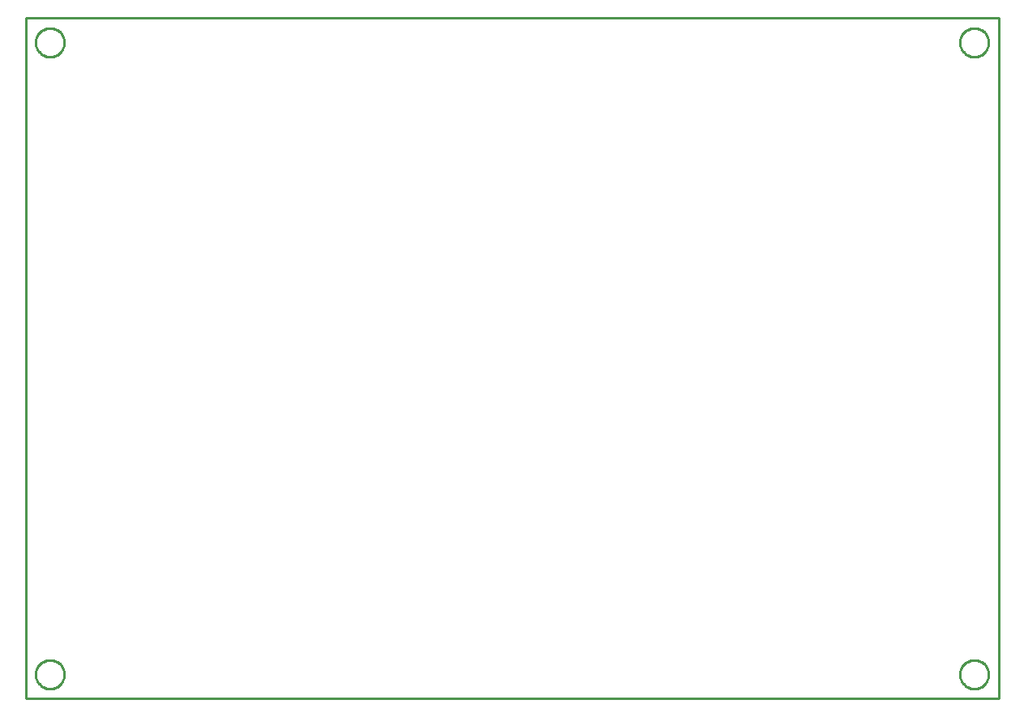
<source format=gbr>
G04 EAGLE Gerber RS-274X export*
G75*
%MOMM*%
%FSLAX34Y34*%
%LPD*%
%AMOC8*
5,1,8,0,0,1.08239X$1,22.5*%
G01*
%ADD10C,0.254000*%


D10*
X0Y0D02*
X1016000Y0D01*
X1016000Y711200D01*
X0Y711200D01*
X0Y0D01*
X40400Y685264D02*
X40324Y684196D01*
X40171Y683135D01*
X39943Y682088D01*
X39641Y681060D01*
X39267Y680056D01*
X38822Y679081D01*
X38308Y678141D01*
X37729Y677240D01*
X37087Y676382D01*
X36385Y675572D01*
X35628Y674815D01*
X34818Y674113D01*
X33960Y673471D01*
X33059Y672892D01*
X32119Y672378D01*
X31144Y671933D01*
X30140Y671559D01*
X29112Y671257D01*
X28065Y671029D01*
X27004Y670876D01*
X25936Y670800D01*
X24864Y670800D01*
X23796Y670876D01*
X22735Y671029D01*
X21688Y671257D01*
X20660Y671559D01*
X19656Y671933D01*
X18681Y672378D01*
X17741Y672892D01*
X16840Y673471D01*
X15982Y674113D01*
X15172Y674815D01*
X14415Y675572D01*
X13713Y676382D01*
X13071Y677240D01*
X12492Y678141D01*
X11978Y679081D01*
X11533Y680056D01*
X11159Y681060D01*
X10857Y682088D01*
X10629Y683135D01*
X10476Y684196D01*
X10400Y685264D01*
X10400Y686336D01*
X10476Y687404D01*
X10629Y688465D01*
X10857Y689512D01*
X11159Y690540D01*
X11533Y691544D01*
X11978Y692519D01*
X12492Y693459D01*
X13071Y694360D01*
X13713Y695218D01*
X14415Y696028D01*
X15172Y696785D01*
X15982Y697487D01*
X16840Y698129D01*
X17741Y698708D01*
X18681Y699222D01*
X19656Y699667D01*
X20660Y700041D01*
X21688Y700343D01*
X22735Y700571D01*
X23796Y700724D01*
X24864Y700800D01*
X25936Y700800D01*
X27004Y700724D01*
X28065Y700571D01*
X29112Y700343D01*
X30140Y700041D01*
X31144Y699667D01*
X32119Y699222D01*
X33059Y698708D01*
X33960Y698129D01*
X34818Y697487D01*
X35628Y696785D01*
X36385Y696028D01*
X37087Y695218D01*
X37729Y694360D01*
X38308Y693459D01*
X38822Y692519D01*
X39267Y691544D01*
X39641Y690540D01*
X39943Y689512D01*
X40171Y688465D01*
X40324Y687404D01*
X40400Y686336D01*
X40400Y685264D01*
X40400Y24864D02*
X40324Y23796D01*
X40171Y22735D01*
X39943Y21688D01*
X39641Y20660D01*
X39267Y19656D01*
X38822Y18681D01*
X38308Y17741D01*
X37729Y16840D01*
X37087Y15982D01*
X36385Y15172D01*
X35628Y14415D01*
X34818Y13713D01*
X33960Y13071D01*
X33059Y12492D01*
X32119Y11978D01*
X31144Y11533D01*
X30140Y11159D01*
X29112Y10857D01*
X28065Y10629D01*
X27004Y10476D01*
X25936Y10400D01*
X24864Y10400D01*
X23796Y10476D01*
X22735Y10629D01*
X21688Y10857D01*
X20660Y11159D01*
X19656Y11533D01*
X18681Y11978D01*
X17741Y12492D01*
X16840Y13071D01*
X15982Y13713D01*
X15172Y14415D01*
X14415Y15172D01*
X13713Y15982D01*
X13071Y16840D01*
X12492Y17741D01*
X11978Y18681D01*
X11533Y19656D01*
X11159Y20660D01*
X10857Y21688D01*
X10629Y22735D01*
X10476Y23796D01*
X10400Y24864D01*
X10400Y25936D01*
X10476Y27004D01*
X10629Y28065D01*
X10857Y29112D01*
X11159Y30140D01*
X11533Y31144D01*
X11978Y32119D01*
X12492Y33059D01*
X13071Y33960D01*
X13713Y34818D01*
X14415Y35628D01*
X15172Y36385D01*
X15982Y37087D01*
X16840Y37729D01*
X17741Y38308D01*
X18681Y38822D01*
X19656Y39267D01*
X20660Y39641D01*
X21688Y39943D01*
X22735Y40171D01*
X23796Y40324D01*
X24864Y40400D01*
X25936Y40400D01*
X27004Y40324D01*
X28065Y40171D01*
X29112Y39943D01*
X30140Y39641D01*
X31144Y39267D01*
X32119Y38822D01*
X33059Y38308D01*
X33960Y37729D01*
X34818Y37087D01*
X35628Y36385D01*
X36385Y35628D01*
X37087Y34818D01*
X37729Y33960D01*
X38308Y33059D01*
X38822Y32119D01*
X39267Y31144D01*
X39641Y30140D01*
X39943Y29112D01*
X40171Y28065D01*
X40324Y27004D01*
X40400Y25936D01*
X40400Y24864D01*
X1005600Y24864D02*
X1005524Y23796D01*
X1005371Y22735D01*
X1005143Y21688D01*
X1004841Y20660D01*
X1004467Y19656D01*
X1004022Y18681D01*
X1003508Y17741D01*
X1002929Y16840D01*
X1002287Y15982D01*
X1001585Y15172D01*
X1000828Y14415D01*
X1000018Y13713D01*
X999160Y13071D01*
X998259Y12492D01*
X997319Y11978D01*
X996344Y11533D01*
X995340Y11159D01*
X994312Y10857D01*
X993265Y10629D01*
X992204Y10476D01*
X991136Y10400D01*
X990064Y10400D01*
X988996Y10476D01*
X987935Y10629D01*
X986888Y10857D01*
X985860Y11159D01*
X984856Y11533D01*
X983881Y11978D01*
X982941Y12492D01*
X982040Y13071D01*
X981182Y13713D01*
X980372Y14415D01*
X979615Y15172D01*
X978913Y15982D01*
X978271Y16840D01*
X977692Y17741D01*
X977178Y18681D01*
X976733Y19656D01*
X976359Y20660D01*
X976057Y21688D01*
X975829Y22735D01*
X975676Y23796D01*
X975600Y24864D01*
X975600Y25936D01*
X975676Y27004D01*
X975829Y28065D01*
X976057Y29112D01*
X976359Y30140D01*
X976733Y31144D01*
X977178Y32119D01*
X977692Y33059D01*
X978271Y33960D01*
X978913Y34818D01*
X979615Y35628D01*
X980372Y36385D01*
X981182Y37087D01*
X982040Y37729D01*
X982941Y38308D01*
X983881Y38822D01*
X984856Y39267D01*
X985860Y39641D01*
X986888Y39943D01*
X987935Y40171D01*
X988996Y40324D01*
X990064Y40400D01*
X991136Y40400D01*
X992204Y40324D01*
X993265Y40171D01*
X994312Y39943D01*
X995340Y39641D01*
X996344Y39267D01*
X997319Y38822D01*
X998259Y38308D01*
X999160Y37729D01*
X1000018Y37087D01*
X1000828Y36385D01*
X1001585Y35628D01*
X1002287Y34818D01*
X1002929Y33960D01*
X1003508Y33059D01*
X1004022Y32119D01*
X1004467Y31144D01*
X1004841Y30140D01*
X1005143Y29112D01*
X1005371Y28065D01*
X1005524Y27004D01*
X1005600Y25936D01*
X1005600Y24864D01*
X1005600Y685264D02*
X1005524Y684196D01*
X1005371Y683135D01*
X1005143Y682088D01*
X1004841Y681060D01*
X1004467Y680056D01*
X1004022Y679081D01*
X1003508Y678141D01*
X1002929Y677240D01*
X1002287Y676382D01*
X1001585Y675572D01*
X1000828Y674815D01*
X1000018Y674113D01*
X999160Y673471D01*
X998259Y672892D01*
X997319Y672378D01*
X996344Y671933D01*
X995340Y671559D01*
X994312Y671257D01*
X993265Y671029D01*
X992204Y670876D01*
X991136Y670800D01*
X990064Y670800D01*
X988996Y670876D01*
X987935Y671029D01*
X986888Y671257D01*
X985860Y671559D01*
X984856Y671933D01*
X983881Y672378D01*
X982941Y672892D01*
X982040Y673471D01*
X981182Y674113D01*
X980372Y674815D01*
X979615Y675572D01*
X978913Y676382D01*
X978271Y677240D01*
X977692Y678141D01*
X977178Y679081D01*
X976733Y680056D01*
X976359Y681060D01*
X976057Y682088D01*
X975829Y683135D01*
X975676Y684196D01*
X975600Y685264D01*
X975600Y686336D01*
X975676Y687404D01*
X975829Y688465D01*
X976057Y689512D01*
X976359Y690540D01*
X976733Y691544D01*
X977178Y692519D01*
X977692Y693459D01*
X978271Y694360D01*
X978913Y695218D01*
X979615Y696028D01*
X980372Y696785D01*
X981182Y697487D01*
X982040Y698129D01*
X982941Y698708D01*
X983881Y699222D01*
X984856Y699667D01*
X985860Y700041D01*
X986888Y700343D01*
X987935Y700571D01*
X988996Y700724D01*
X990064Y700800D01*
X991136Y700800D01*
X992204Y700724D01*
X993265Y700571D01*
X994312Y700343D01*
X995340Y700041D01*
X996344Y699667D01*
X997319Y699222D01*
X998259Y698708D01*
X999160Y698129D01*
X1000018Y697487D01*
X1000828Y696785D01*
X1001585Y696028D01*
X1002287Y695218D01*
X1002929Y694360D01*
X1003508Y693459D01*
X1004022Y692519D01*
X1004467Y691544D01*
X1004841Y690540D01*
X1005143Y689512D01*
X1005371Y688465D01*
X1005524Y687404D01*
X1005600Y686336D01*
X1005600Y685264D01*
M02*

</source>
